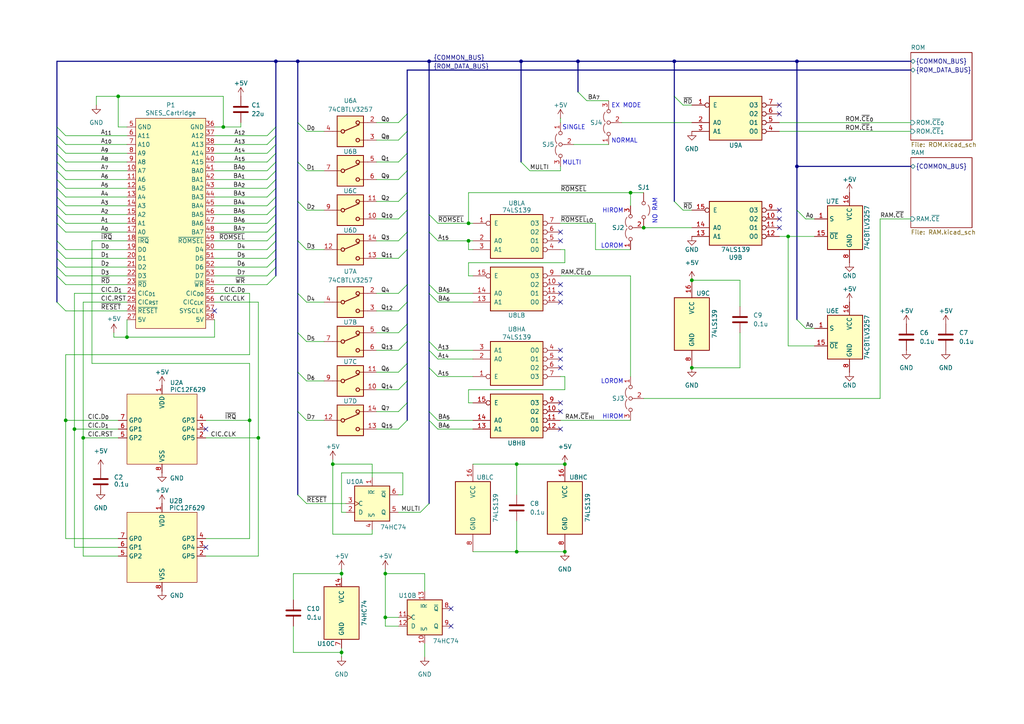
<source format=kicad_sch>
(kicad_sch (version 20231120) (generator "eeschema") (generator_version "8.0")
  (paper "A4")
  (title_block (title "SNES Advanced UV Cartridge") (date "2025-04-17") (rev "v1.0") (company "https://github.com/MouseBiteLabs/Super-Nintendo-Cartridges") (comment 1 "NOTE 1: U2A is surface mount, U2B is through-hole. Only populate one."))
  (lib_symbols
    (symbol "74xx:74CBTLV3257"
      (property "Reference" "U" (at 17.78 1.27 0))
      (property "Value" "74CBTLV3257" (at 15.24 -1.27 0))
      (symbol "74CBTLV3257_1_1"
        (pin passive line (at 7.62 2.54 180) (length 2.54) (name "~") (number "2"))
        (pin passive line (at 7.62 -2.54 180) (length 2.54) (name "~") (number "3"))
        (pin passive line (at -7.62 0 0) (length 2.54) (name "~") (number "4"))
      )
      (symbol "74CBTLV3257_2_1"
        (pin passive line (at 7.62 2.54 180) (length 2.54) (name "~") (number "5"))
        (pin passive line (at 7.62 -2.54 180) (length 2.54) (name "~") (number "6"))
        (pin passive line (at -7.62 0 0) (length 2.54) (name "~") (number "7"))
      )
      (symbol "74CBTLV3257_3_1"
        (pin passive line (at 7.62 -2.54 180) (length 2.54) (name "~") (number "10"))
        (pin passive line (at 7.62 2.54 180) (length 2.54) (name "~") (number "11"))
        (pin passive line (at -7.62 0 0) (length 2.54) (name "~") (number "9"))
      )
      (symbol "74CBTLV3257_4_1"
        (pin passive line (at -7.62 0 0) (length 2.54) (name "~") (number "12"))
        (pin passive line (at 7.62 -2.54 180) (length 2.54) (name "~") (number "13"))
        (pin passive line (at 7.62 2.54 180) (length 2.54) (name "~") (number "14"))
      )
      (symbol "74CBTLV3257_5_1"
        (pin input line (at -10.16 2.54 0) (length 3.81) (name "S") (number "1"))
        (pin input line (at -10.16 -2.54 0) (length 3.81) (name "~{OE}") (number "15"))
        (pin power_in line (at 0 10.16 270) (length 3.81) (name "VCC") (number "16"))
        (pin power_in line (at 0 -10.16 90) (length 3.81) (name "GND") (number "8"))
      )
    )
    (symbol "74xx:74HC74" (pin_names (offset 1.016))
      (property "Reference" "U" (at -7.62 8.89 0))
      (property "Value" "74HC74" (at -7.62 -8.89 0))
      (symbol "74HC74_1_0"
        (pin input line (at 0 -7.62 90) (length 2.54) (name "~{R}") (number "1"))
        (pin input line (at -7.62 2.54 0) (length 2.54) (name "D") (number "2"))
        (pin input clock (at -7.62 0 0) (length 2.54) (name "C") (number "3"))
        (pin input line (at 0 7.62 270) (length 2.54) (name "~{S}") (number "4"))
        (pin output line (at 7.62 2.54 180) (length 2.54) (name "Q") (number "5"))
        (pin output line (at 7.62 -2.54 180) (length 2.54) (name "~{Q}") (number "6"))
      )
      (symbol "74HC74_2_0"
        (pin input line (at 0 7.62 270) (length 2.54) (name "~{S}") (number "10"))
        (pin input clock (at -7.62 0 0) (length 2.54) (name "C") (number "11"))
        (pin input line (at -7.62 2.54 0) (length 2.54) (name "D") (number "12"))
        (pin input line (at 0 -7.62 90) (length 2.54) (name "~{R}") (number "13"))
        (pin output line (at 7.62 -2.54 180) (length 2.54) (name "~{Q}") (number "8"))
        (pin output line (at 7.62 2.54 180) (length 2.54) (name "Q") (number "9"))
      )
      (symbol "74HC74_3_0"
        (pin power_in line (at 0 10.16 270) (length 2.54) (name "VCC") (number "14"))
        (pin power_in line (at 0 -10.16 90) (length 2.54) (name "GND") (number "7"))
      )
    )
    (symbol "Bucketmouse:74LS139" (pin_names (offset 1.016))
      (property "Reference" "U" (at -7.62 8.89 0))
      (property "Value" "74LS139" (at -7.62 -8.89 0))
      (symbol "74LS139_1_0"
        (pin input inverted (at -12.7 -5.08 0) (length 5.08) (name "E") (number "1"))
        (pin input line (at -12.7 0 0) (length 5.08) (name "A0") (number "2"))
        (pin input line (at -12.7 2.54 0) (length 5.08) (name "A1") (number "3"))
        (pin output inverted (at 12.7 2.54 180) (length 5.08) (name "O0") (number "4"))
        (pin output inverted (at 12.7 0 180) (length 5.08) (name "O1") (number "5"))
        (pin output inverted (at 12.7 -2.54 180) (length 5.08) (name "O2") (number "6"))
        (pin output inverted (at 12.7 -5.08 180) (length 5.08) (name "O3") (number "7"))
      )
      (symbol "74LS139_2_0"
        (pin output inverted (at 12.7 -2.54 180) (length 5.08) (name "O2") (number "10"))
        (pin output inverted (at 12.7 0 180) (length 5.08) (name "O1") (number "11"))
        (pin output inverted (at 12.7 2.54 180) (length 5.08) (name "O0") (number "12"))
        (pin input line (at -12.7 2.54 0) (length 5.08) (name "A1") (number "13"))
        (pin input line (at -12.7 0 0) (length 5.08) (name "A0") (number "14"))
        (pin input inverted (at -12.7 -5.08 0) (length 5.08) (name "E") (number "15"))
        (pin output inverted (at 12.7 -5.08 180) (length 5.08) (name "O3") (number "9"))
      )
      (symbol "74LS139_3_0"
        (pin power_in line (at 0 12.7 270) (length 5.08) (name "VCC") (number "16"))
        (pin power_in line (at 0 -12.7 90) (length 5.08) (name "GND") (number "8"))
      )
    )
    (symbol "Bucketmouse:PIC12F629"
      (property "Reference" "U" (at 1.27 13.97 0))
      (property "Value" "PIC12F629" (at 1.27 11.43 0))
      (symbol "PIC12F629_1_1"
        (pin power_in line (at 0 12.7 270) (length 2.54) (name "VDD") (number "1"))
        (pin bidirectional line (at 12.7 -2.54 180) (length 2.54) (name "GP5") (number "2"))
        (pin bidirectional line (at 12.7 0 180) (length 2.54) (name "GP4") (number "3"))
        (pin input line (at 12.7 2.54 180) (length 2.54) (name "GP3") (number "4"))
        (pin bidirectional line (at -12.7 -2.54 0) (length 2.54) (name "GP2") (number "5"))
        (pin bidirectional line (at -12.7 0 0) (length 2.54) (name "GP1") (number "6"))
        (pin bidirectional line (at -12.7 2.54 0) (length 2.54) (name "GP0") (number "7"))
        (pin power_in line (at 0 -12.7 90) (length 2.54) (name "VSS") (number "8"))
      )
    )
    (symbol "Bucketmouse:SNES_Cart_Edge_Standard"
      (property "Reference" "U" (at 0 34.29 0))
      (property "Value" "SNES_Cartridge" (at 0 32.004 0))
      (symbol "SNES_Cart_Edge_Standard_1_1"
        (pin output line (at -12.7 15.24 0) (length 2.54) (name "A7") (number "10"))
        (pin output line (at -12.7 12.7 0) (length 2.54) (name "A6") (number "11"))
        (pin output line (at -12.7 10.16 0) (length 2.54) (name "A5") (number "12"))
        (pin output line (at -12.7 7.62 0) (length 2.54) (name "A4") (number "13"))
        (pin output line (at -12.7 5.08 0) (length 2.54) (name "A3") (number "14"))
        (pin output line (at -12.7 2.54 0) (length 2.54) (name "A2") (number "15"))
        (pin output line (at -12.7 0 0) (length 2.54) (name "A1") (number "16"))
        (pin output line (at -12.7 -2.54 0) (length 2.54) (name "A0") (number "17"))
        (pin passive line (at -12.7 -5.08 0) (length 2.54) (name "~{IRQ}") (number "18"))
        (pin bidirectional line (at -12.7 -7.62 0) (length 2.54) (name "D0") (number "19"))
        (pin bidirectional line (at -12.7 -10.16 0) (length 2.54) (name "D1") (number "20"))
        (pin bidirectional line (at -12.7 -12.7 0) (length 2.54) (name "D2") (number "21"))
        (pin bidirectional line (at -12.7 -15.24 0) (length 2.54) (name "D3") (number "22"))
        (pin output line (at -12.7 -17.78 0) (length 2.54) (name "~{RD}") (number "23"))
        (pin bidirectional line (at -12.7 -20.32 0) (length 2.54) (name "CIC_{D1}") (number "24"))
        (pin output line (at -12.7 -22.86 0) (length 2.54) (name "CIC_{RST}") (number "25"))
        (pin output line (at -12.7 -25.4 0) (length 2.54) (name "~{RESET}") (number "26"))
        (pin power_out line (at -12.7 -27.94 0) (length 2.54) (name "5V") (number "27"))
        (pin power_out line (at 12.7 27.94 180) (length 2.54) (name "GND") (number "36"))
        (pin output line (at 12.7 25.4 180) (length 2.54) (name "A12") (number "37"))
        (pin output line (at 12.7 22.86 180) (length 2.54) (name "A13") (number "38"))
        (pin output line (at 12.7 20.32 180) (length 2.54) (name "A14") (number "39"))
        (pin output line (at 12.7 17.78 180) (length 2.54) (name "A15") (number "40"))
        (pin output line (at 12.7 15.24 180) (length 2.54) (name "BA0") (number "41"))
        (pin output line (at 12.7 12.7 180) (length 2.54) (name "BA1") (number "42"))
        (pin output line (at 12.7 10.16 180) (length 2.54) (name "BA2") (number "43"))
        (pin output line (at 12.7 7.62 180) (length 2.54) (name "BA3") (number "44"))
        (pin output line (at 12.7 5.08 180) (length 2.54) (name "BA4") (number "45"))
        (pin output line (at 12.7 2.54 180) (length 2.54) (name "BA5") (number "46"))
        (pin output line (at 12.7 0 180) (length 2.54) (name "BA6") (number "47"))
        (pin output line (at 12.7 -2.54 180) (length 2.54) (name "BA7") (number "48"))
        (pin output line (at 12.7 -5.08 180) (length 2.54) (name "~{ROMSEL}") (number "49"))
        (pin power_out line (at -12.7 27.94 0) (length 2.54) (name "GND") (number "5"))
        (pin bidirectional line (at 12.7 -7.62 180) (length 2.54) (name "D4") (number "50"))
        (pin bidirectional line (at 12.7 -10.16 180) (length 2.54) (name "D5") (number "51"))
        (pin bidirectional line (at 12.7 -12.7 180) (length 2.54) (name "D6") (number "52"))
        (pin bidirectional line (at 12.7 -15.24 180) (length 2.54) (name "D7") (number "53"))
        (pin output line (at 12.7 -17.78 180) (length 2.54) (name "~{WR}") (number "54"))
        (pin bidirectional line (at 12.7 -20.32 180) (length 2.54) (name "CIC_{D0}") (number "55"))
        (pin output line (at 12.7 -22.86 180) (length 2.54) (name "CIC_{CLK}") (number "56"))
        (pin passive line (at 12.7 -25.4 180) (length 2.54) (name "SYSCLK") (number "57"))
        (pin power_out line (at 12.7 -27.94 180) (length 2.54) (name "5V") (number "58"))
        (pin output line (at -12.7 25.4 0) (length 2.54) (name "A11") (number "6"))
        (pin output line (at -12.7 22.86 0) (length 2.54) (name "A10") (number "7"))
        (pin output line (at -12.7 20.32 0) (length 2.54) (name "A9") (number "8"))
        (pin output line (at -12.7 17.78 0) (length 2.54) (name "A8") (number "9"))
      )
    )
    (symbol "Device:C" (pin_numbers hide) (pin_names (offset 0.254))
      (property "Reference" "C" (at 0.635 2.54 0))
      (property "Value" "C" (at 0.635 -2.54 0))
      (symbol "C_1_1"
        (pin passive line (at 0 3.81 270) (length 2.794) (name "~") (number "1"))
        (pin passive line (at 0 -3.81 90) (length 2.794) (name "~") (number "2"))
      )
    )
    (symbol "Jumper:Jumper_2_Open" (pin_numbers hide) (pin_names (offset 0) hide) (exclude_from_sim yes)
      (property "Reference" "JP" (at 0 2.794 0))
      (property "Value" "Jumper_2_Open" (at 0 -2.286 0))
      (symbol "Jumper_2_Open_1_1"
        (pin passive line (at -5.08 0 0) (length 2.54) (name "A") (number "1"))
        (pin passive line (at 5.08 0 180) (length 2.54) (name "B") (number "2"))
      )
    )
    (symbol "Jumper:Jumper_3_Open" (pin_names (offset 0) hide) (exclude_from_sim yes) (in_bom no)
      (property "Reference" "JP" (at -2.54 -2.54 0))
      (property "Value" "Jumper_3_Open" (at 0 2.794 0))
      (symbol "Jumper_3_Open_1_1"
        (pin passive line (at -6.35 0 0) (length 2.54) (name "A") (number "1"))
        (pin passive line (at 0 -3.81 90) (length 2.54) (name "C") (number "2"))
        (pin passive line (at 6.35 0 180) (length 2.54) (name "B") (number "3"))
      )
    )
    (symbol "power:+5V" (power) (pin_numbers hide) (pin_names (offset 0) hide)
      (property "Value" "+5V" (at 0 3.556 0))
      (symbol "+5V_1_1"
        (pin power_in line (at 0 0 90) (length 0) (name "~") (number "1"))
      )
    )
    (symbol "power:GND" (power) (pin_numbers hide) (pin_names (offset 0) hide)
      (property "Value" "GND" (at 0 -3.81 0))
      (symbol "GND_1_1"
        (pin power_in line (at 0 0 270) (length 0) (name "~") (number "1"))
      )
    )
  )
  (bus_alias "COMMON_BUS" (members "A_{0}" "A_{1}" "A_{2}" "A_{3}" "A_{4}" "A_{5}" "A_{6}" "A_{7}" "A_{8}" "A_{9}" "A_{10}" "A_{11}" "A_{12}" "A_{13}" "A_{14}" "A_{15}" "BA_{0}" "BA_{1}" "BA_{2}" "BA_{3}" "BA_{4}" "BA_{5}" "BA_{6}" "BA_{7}" "~{ROMSEL}" "D_{0}" "D_{1}" "D_{2}" "D_{3}" "D_{4}" "D_{5}" "D_{6}" "D_{7}" "~{WR}" "~{RD}" "~{RESET}" "MULTI"))
  (bus_alias "ROM_DATA_BUS" (members "Q_{0}" "Q_{1}" "Q_{2}" "Q_{3}" "Q_{4}" "Q_{5}" "Q_{6}" "Q_{7}" "Q_{8}" "Q_{9}" "Q_{10}" "Q_{11}" "Q_{12}" "Q_{13}" "Q_{14}" "Q_{15}"))
  (junction (at 99.06 189.23))
  (junction (at 124.46 17.78))
  (junction (at 231.14 48.26))
  (junction (at 19.05 121.92))
  (junction (at 167.64 17.78))
  (junction (at 96.52 134.62))
  (junction (at 135.89 69.85))
  (junction (at 111.76 179.07))
  (junction (at 24.13 127))
  (junction (at 186.69 66.04))
  (junction (at 200.66 81.28))
  (junction (at 21.59 124.46))
  (junction (at 80.01 17.78))
  (junction (at 151.13 17.78))
  (junction (at 135.89 64.77))
  (junction (at 195.58 17.78))
  (junction (at 86.36 17.78))
  (junction (at 182.88 55.88))
  (junction (at 74.93 127))
  (junction (at 36.83 97.79))
  (junction (at 72.39 121.92))
  (junction (at 228.6 68.58))
  (junction (at 149.86 134.62))
  (junction (at 64.77 36.83))
  (junction (at 149.86 160.02))
  (junction (at 200.66 106.68))
  (junction (at 163.83 160.02))
  (junction (at 34.29 27.94))
  (junction (at 111.76 166.37))
  (junction (at 231.14 17.78))
  (junction (at 99.06 166.37))
  (junction (at 163.83 134.62))
  (no_connect (at 162.56 119.38))
  (no_connect (at 162.56 106.68))
  (no_connect (at 162.56 116.84))
  (no_connect (at 162.56 69.85))
  (no_connect (at 130.81 176.53))
  (no_connect (at 130.81 181.61))
  (no_connect (at 226.06 60.96))
  (no_connect (at 162.56 67.31))
  (no_connect (at 226.06 66.04))
  (no_connect (at 226.06 63.5))
  (no_connect (at 226.06 33.02))
  (no_connect (at 162.56 85.09))
  (no_connect (at 62.23 90.17))
  (no_connect (at 162.56 101.6))
  (no_connect (at 59.69 124.46))
  (no_connect (at 162.56 124.46))
  (no_connect (at 162.56 104.14))
  (no_connect (at 59.69 158.75))
  (no_connect (at 226.06 30.48))
  (no_connect (at 162.56 82.55))
  (no_connect (at 162.56 87.63))
  (bus_entry (at 124.46 146.05) (size -2.54 2.54))
  (bus_entry (at 19.05 54.61) (size -2.54 -2.54))
  (bus_entry (at 77.47 77.47) (size 2.54 -2.54))
  (bus_entry (at 19.05 41.91) (size -2.54 -2.54))
  (bus_entry (at 19.05 77.47) (size -2.54 -2.54))
  (bus_entry (at 19.05 90.17) (size -2.54 -2.54))
  (bus_entry (at 124.46 82.55) (size 2.54 2.54))
  (bus_entry (at 118.11 67.31) (size -2.54 2.54))
  (bus_entry (at 86.36 58.42) (size 2.54 2.54))
  (bus_entry (at 118.11 33.02) (size -2.54 2.54))
  (bus_entry (at 19.05 67.31) (size -2.54 -2.54))
  (bus_entry (at 77.47 54.61) (size 2.54 -2.54))
  (bus_entry (at 118.11 49.53) (size -2.54 2.54))
  (bus_entry (at 19.05 52.07) (size -2.54 -2.54))
  (bus_entry (at 118.11 82.55) (size -2.54 2.54))
  (bus_entry (at 86.36 107.95) (size 2.54 2.54))
  (bus_entry (at 77.47 44.45) (size 2.54 -2.54))
  (bus_entry (at 118.11 38.1) (size -2.54 2.54))
  (bus_entry (at 124.46 121.92) (size 2.54 2.54))
  (bus_entry (at 118.11 72.39) (size -2.54 2.54))
  (bus_entry (at 19.05 57.15) (size -2.54 -2.54))
  (bus_entry (at 19.05 72.39) (size -2.54 -2.54))
  (bus_entry (at 16.51 36.83) (size 2.54 2.54))
  (bus_entry (at 19.05 62.23) (size -2.54 -2.54))
  (bus_entry (at 118.11 110.49) (size -2.54 2.54))
  (bus_entry (at 118.11 105.41) (size -2.54 2.54))
  (bus_entry (at 19.05 59.69) (size -2.54 -2.54))
  (bus_entry (at 86.36 119.38) (size 2.54 2.54))
  (bus_entry (at 77.47 41.91) (size 2.54 -2.54))
  (bus_entry (at 86.36 35.56) (size 2.54 2.54))
  (bus_entry (at 124.46 62.23) (size 2.54 2.54))
  (bus_entry (at 118.11 116.84) (size -2.54 2.54))
  (bus_entry (at 77.47 52.07) (size 2.54 -2.54))
  (bus_entry (at 231.14 92.71) (size 2.54 2.54))
  (bus_entry (at 77.47 74.93) (size 2.54 -2.54))
  (bus_entry (at 19.05 82.55) (size -2.54 -2.54))
  (bus_entry (at 77.47 72.39) (size 2.54 -2.54))
  (bus_entry (at 77.47 59.69) (size 2.54 -2.54))
  (bus_entry (at 19.05 46.99) (size -2.54 -2.54))
  (bus_entry (at 118.11 93.98) (size -2.54 2.54))
  (bus_entry (at 195.58 58.42) (size 2.54 2.54))
  (bus_entry (at 124.46 101.6) (size 2.54 2.54))
  (bus_entry (at 19.05 44.45) (size -2.54 -2.54))
  (bus_entry (at 124.46 99.06) (size 2.54 2.54))
  (bus_entry (at 19.05 49.53) (size -2.54 -2.54))
  (bus_entry (at 77.47 80.01) (size 2.54 -2.54))
  (bus_entry (at 167.64 26.67) (size 2.54 2.54))
  (bus_entry (at 80.01 64.77) (size -2.54 2.54))
  (bus_entry (at 77.47 46.99) (size 2.54 -2.54))
  (bus_entry (at 118.11 87.63) (size -2.54 2.54))
  (bus_entry (at 80.01 80.01) (size -2.54 2.54))
  (bus_entry (at 124.46 119.38) (size 2.54 2.54))
  (bus_entry (at 118.11 44.45) (size -2.54 2.54))
  (bus_entry (at 124.46 106.68) (size 2.54 2.54))
  (bus_entry (at 19.05 64.77) (size -2.54 -2.54))
  (bus_entry (at 77.47 64.77) (size 2.54 -2.54))
  (bus_entry (at 231.14 60.96) (size 2.54 2.54))
  (bus_entry (at 80.01 67.31) (size -2.54 2.54))
  (bus_entry (at 124.46 67.31) (size 2.54 2.54))
  (bus_entry (at 86.36 46.99) (size 2.54 2.54))
  (bus_entry (at 124.46 85.09) (size 2.54 2.54))
  (bus_entry (at 118.11 99.06) (size -2.54 2.54))
  (bus_entry (at 86.36 85.09) (size 2.54 2.54))
  (bus_entry (at 77.47 62.23) (size 2.54 -2.54))
  (bus_entry (at 86.36 96.52) (size 2.54 2.54))
  (bus_entry (at 118.11 121.92) (size -2.54 2.54))
  (bus_entry (at 118.11 55.88) (size -2.54 2.54))
  (bus_entry (at 19.05 80.01) (size -2.54 -2.54))
  (bus_entry (at 77.47 57.15) (size 2.54 -2.54))
  (bus_entry (at 19.05 74.93) (size -2.54 -2.54))
  (bus_entry (at 86.36 143.51) (size 2.54 2.54))
  (bus_entry (at 151.13 46.99) (size 2.54 2.54))
  (bus_entry (at 77.47 39.37) (size 2.54 -2.54))
  (bus_entry (at 77.47 49.53) (size 2.54 -2.54))
  (bus_entry (at 118.11 60.96) (size -2.54 2.54))
  (bus_entry (at 195.58 27.94) (size 2.54 2.54))
  (bus_entry (at 86.36 69.85) (size 2.54 2.54))
  (wire (pts (xy 72.39 156.21) (xy 59.69 156.21)))
  (wire (pts (xy 135.89 76.2) (xy 135.89 80.01)))
  (wire (pts (xy 107.95 153.67) (xy 107.95 154.94)))
  (wire (pts (xy 109.22 124.46) (xy 115.57 124.46)))
  (wire (pts (xy 127 124.46) (xy 137.16 124.46)))
  (wire (pts (xy 127 104.14) (xy 137.16 104.14)))
  (bus (pts (xy 151.13 17.78) (xy 151.13 46.99)))
  (bus (pts (xy 118.11 55.88) (xy 118.11 60.96)))
  (bus (pts (xy 16.51 62.23) (xy 16.51 64.77)))
  (wire (pts (xy 85.09 189.23) (xy 99.06 189.23)))
  (wire (pts (xy 162.56 72.39) (xy 163.83 72.39)))
  (bus (pts (xy 124.46 106.68) (xy 124.46 119.38)))
  (bus (pts (xy 80.01 62.23) (xy 80.01 64.77)))
  (wire (pts (xy 109.22 96.52) (xy 115.57 96.52)))
  (wire (pts (xy 62.23 77.47) (xy 77.47 77.47)))
  (wire (pts (xy 19.05 62.23) (xy 36.83 62.23)))
  (wire (pts (xy 135.89 69.85) (xy 137.16 69.85)))
  (bus (pts (xy 80.01 17.78) (xy 86.36 17.78)))
  (wire (pts (xy 19.05 156.21) (xy 34.29 156.21)))
  (wire (pts (xy 21.59 85.09) (xy 36.83 85.09)))
  (bus (pts (xy 118.11 38.1) (xy 118.11 44.45)))
  (bus (pts (xy 16.51 44.45) (xy 16.51 46.99)))
  (wire (pts (xy 96.52 134.62) (xy 96.52 133.35)))
  (wire (pts (xy 62.23 72.39) (xy 77.47 72.39)))
  (bus (pts (xy 118.11 72.39) (xy 118.11 82.55)))
  (wire (pts (xy 111.76 166.37) (xy 111.76 179.07)))
  (wire (pts (xy 233.68 95.25) (xy 236.22 95.25)))
  (bus (pts (xy 16.51 49.53) (xy 16.51 52.07)))
  (wire (pts (xy 123.19 166.37) (xy 123.19 171.45)))
  (bus (pts (xy 231.14 48.26) (xy 264.16 48.26)))
  (bus (pts (xy 151.13 17.78) (xy 167.64 17.78)))
  (bus (pts (xy 86.36 96.52) (xy 86.36 107.95)))
  (wire (pts (xy 62.23 49.53) (xy 77.47 49.53)))
  (wire (pts (xy 19.05 121.92) (xy 19.05 102.87)))
  (bus (pts (xy 16.51 54.61) (xy 16.51 57.15)))
  (wire (pts (xy 162.56 80.01) (xy 182.88 80.01)))
  (wire (pts (xy 96.52 154.94) (xy 96.52 134.62)))
  (wire (pts (xy 24.13 127) (xy 34.29 127)))
  (bus (pts (xy 16.51 17.78) (xy 80.01 17.78)))
  (bus (pts (xy 118.11 33.02) (xy 118.11 38.1)))
  (wire (pts (xy 111.76 166.37) (xy 123.19 166.37)))
  (bus (pts (xy 16.51 77.47) (xy 16.51 74.93)))
  (wire (pts (xy 109.22 74.93) (xy 115.57 74.93)))
  (wire (pts (xy 21.59 85.09) (xy 21.59 124.46)))
  (bus (pts (xy 80.01 64.77) (xy 80.01 67.31)))
  (bus (pts (xy 86.36 85.09) (xy 86.36 96.52)))
  (wire (pts (xy 19.05 121.92) (xy 19.05 156.21)))
  (wire (pts (xy 88.9 72.39) (xy 93.98 72.39)))
  (wire (pts (xy 163.83 72.39) (xy 163.83 76.2)))
  (wire (pts (xy 59.69 121.92) (xy 72.39 121.92)))
  (bus (pts (xy 86.36 17.78) (xy 124.46 17.78)))
  (wire (pts (xy 74.93 87.63) (xy 74.93 127)))
  (bus (pts (xy 124.46 67.31) (xy 124.46 82.55)))
  (wire (pts (xy 172.72 72.39) (xy 182.88 72.39)))
  (wire (pts (xy 19.05 57.15) (xy 36.83 57.15)))
  (wire (pts (xy 29.21 142.24) (xy 29.21 143.51)))
  (wire (pts (xy 170.18 29.21) (xy 176.53 29.21)))
  (bus (pts (xy 118.11 60.96) (xy 118.11 67.31)))
  (wire (pts (xy 186.69 66.04) (xy 200.66 66.04)))
  (wire (pts (xy 36.83 97.79) (xy 36.83 92.71)))
  (wire (pts (xy 127 69.85) (xy 135.89 69.85)))
  (wire (pts (xy 109.22 85.09) (xy 115.57 85.09)))
  (wire (pts (xy 19.05 52.07) (xy 36.83 52.07)))
  (wire (pts (xy 166.37 41.91) (xy 176.53 41.91)))
  (wire (pts (xy 107.95 134.62) (xy 107.95 138.43)))
  (wire (pts (xy 88.9 38.1) (xy 93.98 38.1)))
  (wire (pts (xy 99.06 165.1) (xy 99.06 166.37)))
  (bus (pts (xy 80.01 52.07) (xy 80.01 54.61)))
  (wire (pts (xy 109.22 40.64) (xy 115.57 40.64)))
  (wire (pts (xy 135.89 55.88) (xy 182.88 55.88)))
  (wire (pts (xy 162.56 49.53) (xy 162.56 48.26)))
  (bus (pts (xy 167.64 17.78) (xy 195.58 17.78)))
  (wire (pts (xy 214.63 96.52) (xy 214.63 106.68)))
  (wire (pts (xy 135.89 116.84) (xy 137.16 116.84)))
  (wire (pts (xy 255.27 115.57) (xy 186.69 115.57)))
  (wire (pts (xy 109.22 46.99) (xy 115.57 46.99)))
  (bus (pts (xy 124.46 85.09) (xy 124.46 99.06)))
  (wire (pts (xy 69.85 36.83) (xy 69.85 35.56)))
  (wire (pts (xy 111.76 179.07) (xy 115.57 179.07)))
  (bus (pts (xy 80.01 39.37) (xy 80.01 41.91)))
  (bus (pts (xy 118.11 49.53) (xy 118.11 55.88)))
  (wire (pts (xy 109.22 58.42) (xy 115.57 58.42)))
  (bus (pts (xy 86.36 58.42) (xy 86.36 69.85)))
  (wire (pts (xy 26.67 69.85) (xy 36.83 69.85)))
  (wire (pts (xy 163.83 113.03) (xy 163.83 109.22)))
  (wire (pts (xy 62.23 39.37) (xy 77.47 39.37)))
  (wire (pts (xy 233.68 63.5) (xy 236.22 63.5)))
  (wire (pts (xy 62.23 41.91) (xy 77.47 41.91)))
  (wire (pts (xy 109.22 63.5) (xy 115.57 63.5)))
  (bus (pts (xy 80.01 67.31) (xy 80.01 69.85)))
  (wire (pts (xy 109.22 69.85) (xy 115.57 69.85)))
  (bus (pts (xy 118.11 116.84) (xy 118.11 121.92)))
  (bus (pts (xy 16.51 57.15) (xy 16.51 59.69)))
  (wire (pts (xy 19.05 90.17) (xy 36.83 90.17)))
  (bus (pts (xy 80.01 59.69) (xy 80.01 62.23)))
  (wire (pts (xy 99.06 166.37) (xy 85.09 166.37)))
  (wire (pts (xy 64.77 36.83) (xy 69.85 36.83)))
  (bus (pts (xy 195.58 17.78) (xy 231.14 17.78)))
  (wire (pts (xy 19.05 74.93) (xy 36.83 74.93)))
  (wire (pts (xy 226.06 35.56) (xy 264.16 35.56)))
  (wire (pts (xy 62.23 69.85) (xy 77.47 69.85)))
  (wire (pts (xy 24.13 161.29) (xy 34.29 161.29)))
  (wire (pts (xy 99.06 137.16) (xy 99.06 148.59)))
  (wire (pts (xy 24.13 87.63) (xy 36.83 87.63)))
  (bus (pts (xy 124.46 62.23) (xy 124.46 67.31)))
  (wire (pts (xy 64.77 27.94) (xy 64.77 36.83)))
  (wire (pts (xy 26.67 105.41) (xy 26.67 69.85)))
  (wire (pts (xy 21.59 158.75) (xy 21.59 124.46)))
  (wire (pts (xy 163.83 113.03) (xy 135.89 113.03)))
  (bus (pts (xy 16.51 39.37) (xy 16.51 41.91)))
  (wire (pts (xy 123.19 190.5) (xy 123.19 186.69)))
  (wire (pts (xy 228.6 68.58) (xy 226.06 68.58)))
  (wire (pts (xy 99.06 148.59) (xy 100.33 148.59)))
  (wire (pts (xy 19.05 39.37) (xy 36.83 39.37)))
  (bus (pts (xy 118.11 110.49) (xy 118.11 116.84)))
  (bus (pts (xy 80.01 74.93) (xy 80.01 77.47)))
  (wire (pts (xy 135.89 64.77) (xy 135.89 55.88)))
  (wire (pts (xy 62.23 97.79) (xy 62.23 92.71)))
  (wire (pts (xy 19.05 59.69) (xy 36.83 59.69)))
  (bus (pts (xy 124.46 17.78) (xy 124.46 62.23)))
  (wire (pts (xy 99.06 189.23) (xy 99.06 187.96)))
  (wire (pts (xy 162.56 121.92) (xy 182.88 121.92)))
  (wire (pts (xy 74.93 161.29) (xy 59.69 161.29)))
  (wire (pts (xy 19.05 77.47) (xy 36.83 77.47)))
  (wire (pts (xy 255.27 63.5) (xy 264.16 63.5)))
  (bus (pts (xy 80.01 17.78) (xy 80.01 36.83)))
  (bus (pts (xy 86.36 69.85) (xy 86.36 85.09)))
  (wire (pts (xy 19.05 46.99) (xy 36.83 46.99)))
  (bus (pts (xy 195.58 17.78) (xy 195.58 27.94)))
  (wire (pts (xy 72.39 85.09) (xy 72.39 102.87)))
  (wire (pts (xy 163.83 76.2) (xy 135.89 76.2)))
  (bus (pts (xy 16.51 46.99) (xy 16.51 49.53)))
  (wire (pts (xy 127 64.77) (xy 135.89 64.77)))
  (wire (pts (xy 107.95 154.94) (xy 96.52 154.94)))
  (wire (pts (xy 72.39 105.41) (xy 26.67 105.41)))
  (wire (pts (xy 27.94 27.94) (xy 27.94 30.48)))
  (wire (pts (xy 62.23 59.69) (xy 77.47 59.69)))
  (wire (pts (xy 109.22 101.6) (xy 115.57 101.6)))
  (wire (pts (xy 172.72 64.77) (xy 172.72 72.39)))
  (wire (pts (xy 149.86 134.62) (xy 149.86 143.51)))
  (wire (pts (xy 135.89 72.39) (xy 135.89 69.85)))
  (bus (pts (xy 16.51 36.83) (xy 16.51 39.37)))
  (bus (pts (xy 16.51 17.78) (xy 16.51 36.83)))
  (wire (pts (xy 111.76 181.61) (xy 115.57 181.61)))
  (bus (pts (xy 80.01 69.85) (xy 80.01 72.39)))
  (wire (pts (xy 111.76 179.07) (xy 111.76 181.61)))
  (wire (pts (xy 34.29 27.94) (xy 34.29 36.83)))
  (bus (pts (xy 86.36 46.99) (xy 86.36 58.42)))
  (wire (pts (xy 127 85.09) (xy 137.16 85.09)))
  (bus (pts (xy 80.01 44.45) (xy 80.01 46.99)))
  (bus (pts (xy 80.01 72.39) (xy 80.01 74.93)))
  (wire (pts (xy 19.05 80.01) (xy 36.83 80.01)))
  (bus (pts (xy 16.51 77.47) (xy 16.51 80.01)))
  (wire (pts (xy 149.86 160.02) (xy 163.83 160.02)))
  (bus (pts (xy 80.01 41.91) (xy 80.01 44.45)))
  (wire (pts (xy 85.09 166.37) (xy 85.09 173.99)))
  (wire (pts (xy 115.57 148.59) (xy 121.92 148.59)))
  (wire (pts (xy 109.22 35.56) (xy 115.57 35.56)))
  (bus (pts (xy 80.01 46.99) (xy 80.01 49.53)))
  (wire (pts (xy 33.02 97.79) (xy 33.02 96.52)))
  (wire (pts (xy 116.84 137.16) (xy 99.06 137.16)))
  (bus (pts (xy 118.11 105.41) (xy 118.11 110.49)))
  (wire (pts (xy 228.6 100.33) (xy 228.6 68.58)))
  (wire (pts (xy 19.05 44.45) (xy 36.83 44.45)))
  (wire (pts (xy 36.83 36.83) (xy 34.29 36.83)))
  (wire (pts (xy 62.23 85.09) (xy 72.39 85.09)))
  (bus (pts (xy 118.11 87.63) (xy 118.11 93.98)))
  (wire (pts (xy 62.23 57.15) (xy 77.47 57.15)))
  (bus (pts (xy 16.51 64.77) (xy 16.51 69.85)))
  (wire (pts (xy 109.22 52.07) (xy 115.57 52.07)))
  (bus (pts (xy 80.01 57.15) (xy 80.01 59.69)))
  (wire (pts (xy 88.9 121.92) (xy 93.98 121.92)))
  (bus (pts (xy 124.46 121.92) (xy 124.46 146.05)))
  (wire (pts (xy 62.23 62.23) (xy 77.47 62.23)))
  (bus (pts (xy 118.11 44.45) (xy 118.11 49.53)))
  (wire (pts (xy 33.02 97.79) (xy 36.83 97.79)))
  (bus (pts (xy 231.14 17.78) (xy 264.16 17.78)))
  (wire (pts (xy 109.22 90.17) (xy 115.57 90.17)))
  (wire (pts (xy 62.23 52.07) (xy 77.47 52.07)))
  (wire (pts (xy 62.23 87.63) (xy 74.93 87.63)))
  (wire (pts (xy 34.29 27.94) (xy 27.94 27.94)))
  (wire (pts (xy 111.76 165.1) (xy 111.76 166.37)))
  (wire (pts (xy 149.86 151.13) (xy 149.86 160.02)))
  (bus (pts (xy 16.51 69.85) (xy 16.51 72.39)))
  (wire (pts (xy 200.66 81.28) (xy 214.63 81.28)))
  (wire (pts (xy 88.9 60.96) (xy 93.98 60.96)))
  (wire (pts (xy 96.52 134.62) (xy 107.95 134.62)))
  (bus (pts (xy 124.46 17.78) (xy 151.13 17.78)))
  (bus (pts (xy 80.01 54.61) (xy 80.01 57.15)))
  (wire (pts (xy 72.39 121.92) (xy 72.39 156.21)))
  (wire (pts (xy 127 109.22) (xy 137.16 109.22)))
  (wire (pts (xy 135.89 80.01) (xy 137.16 80.01)))
  (wire (pts (xy 135.89 113.03) (xy 135.89 116.84)))
  (bus (pts (xy 86.36 107.95) (xy 86.36 119.38)))
  (wire (pts (xy 162.56 109.22) (xy 163.83 109.22)))
  (wire (pts (xy 182.88 55.88) (xy 186.69 55.88)))
  (bus (pts (xy 16.51 80.01) (xy 16.51 87.63)))
  (wire (pts (xy 137.16 72.39) (xy 135.89 72.39)))
  (wire (pts (xy 198.12 30.48) (xy 200.66 30.48)))
  (bus (pts (xy 118.11 20.32) (xy 264.16 20.32)))
  (wire (pts (xy 62.23 36.83) (xy 64.77 36.83)))
  (bus (pts (xy 124.46 119.38) (xy 124.46 121.92)))
  (wire (pts (xy 19.05 54.61) (xy 36.83 54.61)))
  (wire (pts (xy 137.16 134.62) (xy 149.86 134.62)))
  (wire (pts (xy 62.23 54.61) (xy 77.47 54.61)))
  (wire (pts (xy 214.63 81.28) (xy 214.63 88.9)))
  (wire (pts (xy 116.84 143.51) (xy 116.84 137.16)))
  (wire (pts (xy 62.23 74.93) (xy 77.47 74.93)))
  (wire (pts (xy 127 87.63) (xy 137.16 87.63)))
  (wire (pts (xy 115.57 143.51) (xy 116.84 143.51)))
  (wire (pts (xy 88.9 87.63) (xy 93.98 87.63)))
  (wire (pts (xy 19.05 121.92) (xy 34.29 121.92)))
  (wire (pts (xy 182.88 59.69) (xy 182.88 55.88)))
  (wire (pts (xy 19.05 41.91) (xy 36.83 41.91)))
  (bus (pts (xy 124.46 99.06) (xy 124.46 101.6)))
  (bus (pts (xy 86.36 17.78) (xy 86.36 35.56)))
  (bus (pts (xy 86.36 35.56) (xy 86.36 46.99)))
  (wire (pts (xy 88.9 110.49) (xy 93.98 110.49)))
  (bus (pts (xy 195.58 27.94) (xy 195.58 58.42)))
  (wire (pts (xy 62.23 44.45) (xy 77.47 44.45)))
  (wire (pts (xy 88.9 99.06) (xy 93.98 99.06)))
  (wire (pts (xy 109.22 113.03) (xy 115.57 113.03)))
  (wire (pts (xy 88.9 146.05) (xy 100.33 146.05)))
  (bus (pts (xy 16.51 59.69) (xy 16.51 62.23)))
  (wire (pts (xy 255.27 115.57) (xy 255.27 63.5)))
  (wire (pts (xy 36.83 97.79) (xy 62.23 97.79)))
  (bus (pts (xy 16.51 41.91) (xy 16.51 44.45)))
  (bus (pts (xy 16.51 72.39) (xy 16.51 74.93)))
  (wire (pts (xy 62.23 46.99) (xy 77.47 46.99)))
  (wire (pts (xy 162.56 64.77) (xy 172.72 64.77)))
  (wire (pts (xy 109.22 107.95) (xy 115.57 107.95)))
  (bus (pts (xy 124.46 101.6) (xy 124.46 106.68)))
  (bus (pts (xy 16.51 52.07) (xy 16.51 54.61)))
  (wire (pts (xy 99.06 190.5) (xy 99.06 189.23)))
  (wire (pts (xy 88.9 49.53) (xy 93.98 49.53)))
  (wire (pts (xy 62.23 82.55) (xy 77.47 82.55)))
  (wire (pts (xy 198.12 60.96) (xy 200.66 60.96)))
  (wire (pts (xy 34.29 158.75) (xy 21.59 158.75)))
  (wire (pts (xy 85.09 181.61) (xy 85.09 189.23)))
  (wire (pts (xy 109.22 119.38) (xy 115.57 119.38)))
  (bus (pts (xy 124.46 82.55) (xy 124.46 85.09)))
  (wire (pts (xy 24.13 127) (xy 24.13 161.29)))
  (wire (pts (xy 59.69 127) (xy 74.93 127)))
  (wire (pts (xy 135.89 64.77) (xy 137.16 64.77)))
  (wire (pts (xy 24.13 87.63) (xy 24.13 127)))
  (wire (pts (xy 226.06 38.1) (xy 264.16 38.1)))
  (wire (pts (xy 99.06 166.37) (xy 99.06 167.64)))
  (wire (pts (xy 64.77 27.94) (xy 34.29 27.94)))
  (wire (pts (xy 62.23 67.31) (xy 77.47 67.31)))
  (wire (pts (xy 62.23 80.01) (xy 77.47 80.01)))
  (bus (pts (xy 118.11 67.31) (xy 118.11 72.39)))
  (wire (pts (xy 149.86 134.62) (xy 163.83 134.62)))
  (wire (pts (xy 62.23 64.77) (xy 77.47 64.77)))
  (bus (pts (xy 80.01 36.83) (xy 80.01 39.37)))
  (bus (pts (xy 231.14 48.26) (xy 231.14 17.78)))
  (wire (pts (xy 153.67 49.53) (xy 162.56 49.53)))
  (wire (pts (xy 162.56 34.29) (xy 162.56 35.56)))
  (wire (pts (xy 127 101.6) (xy 137.16 101.6)))
  (wire (pts (xy 149.86 160.02) (xy 137.16 160.02)))
  (bus (pts (xy 231.14 48.26) (xy 231.14 60.96)))
  (bus (pts (xy 80.01 77.47) (xy 80.01 80.01)))
  (wire (pts (xy 21.59 124.46) (xy 34.29 124.46)))
  (bus (pts (xy 231.14 60.96) (xy 231.14 92.71)))
  (wire (pts (xy 74.93 127) (xy 74.93 161.29)))
  (bus (pts (xy 167.64 17.78) (xy 167.64 26.67)))
  (wire (pts (xy 180.34 35.56) (xy 200.66 35.56)))
  (bus (pts (xy 118.11 93.98) (xy 118.11 99.06)))
  (wire (pts (xy 19.05 67.31) (xy 36.83 67.31)))
  (wire (pts (xy 72.39 105.41) (xy 72.39 121.92)))
  (wire (pts (xy 127 121.92) (xy 137.16 121.92)))
  (wire (pts (xy 19.05 102.87) (xy 72.39 102.87)))
  (wire (pts (xy 228.6 100.33) (xy 236.22 100.33)))
  (wire (pts (xy 19.05 72.39) (xy 36.83 72.39)))
  (wire (pts (xy 182.88 109.22) (xy 182.88 80.01)))
  (wire (pts (xy 19.05 64.77) (xy 36.83 64.77)))
  (wire (pts (xy 228.6 68.58) (xy 236.22 68.58)))
  (bus (pts (xy 118.11 20.32) (xy 118.11 33.02)))
  (wire (pts (xy 19.05 82.55) (xy 36.83 82.55)))
  (bus (pts (xy 118.11 99.06) (xy 118.11 105.41)))
  (bus (pts (xy 118.11 82.55) (xy 118.11 87.63)))
  (wire (pts (xy 19.05 49.53) (xy 36.83 49.53)))
  (bus (pts (xy 86.36 119.38) (xy 86.36 143.51)))
  (wire (pts (xy 200.66 106.68) (xy 214.63 106.68)))
  (bus (pts (xy 80.01 49.53) (xy 80.01 52.07)))
  (text "SINGLE\n\n\n\n\nMULTI" (at 163.068 42.164 0) (effects (font (size 1.27 1.27)) (justify left)))
  (text "HIROM\n\n\n\n\nLOROM" (at 180.848 66.294 0) (effects (font (size 1.27 1.27)) (justify right)))
  (text "NO RAM" (at 189.992 61.214 90) (effects (font (size 1.27 1.27))))
  (text "EX MODE\n\n\n\n\nNORMAL" (at 177.292 35.814 0) (effects (font (size 1.27 1.27)) (justify left)))
  (text "LOROM\n\n\n\n\nHIROM" (at 180.848 115.824 0) (effects (font (size 1.27 1.27)) (justify right)))
  (label "CIC.D_{0}" (at 25.4 121.92 0))
  (label "~{ROMSEL}" (at 127 64.77 0))
  (label "BA_{0}" (at 71.12 49.53 180))
  (label "Q_{2}" (at 110.49 58.42 0))
  (label "Q_{9}" (at 110.49 52.07 0))
  (label "Q_{15}" (at 110.49 124.46 0))
  (label "A_{0}" (at 233.68 95.25 0))
  (label "~{RESET}" (at 29.21 90.17 0))
  (label "~{IRQ}" (at 68.58 121.92 180))
  (label "~{ROMSEL}" (at 162.56 55.88 0))
  (label "D_{7}" (at 88.9 121.92 0))
  (label "A_{15}" (at 71.12 46.99 180))
  (label "~{ROMSEL}" (at 71.12 69.85 180))
  (label "BA_{5}" (at 127 85.09 0))
  (label "Q_{13}" (at 110.49 101.6 0))
  (label "CIC.D_{1}" (at 29.21 85.09 0))
  (label "BA_{6}" (at 127 87.63 0))
  (label "BA_{6}" (at 127 124.46 0))
  (label "D_{4}" (at 88.9 87.63 0))
  (label "ROM.~{CE}_{0}" (at 245.11 35.56 0))
  (label "A_{7}" (at 29.21 49.53 0))
  (label "A_{13}" (at 127 101.6 0))
  (label "BA_{7}" (at 71.12 67.31 180))
  (label "A_{14}" (at 127 104.14 0))
  (label "D_{0}" (at 29.21 72.39 0))
  (label "~{IRQ}" (at 29.21 69.85 0))
  (label "D_{1}" (at 88.9 49.53 0))
  (label "A_{12}" (at 71.12 39.37 180))
  (label "A_{0}" (at 233.68 63.5 0))
  (label "CIC.RST" (at 29.21 87.63 0))
  (label "RAM.~{CE}_{LO}" (at 162.56 80.01 0))
  (label "BA_{6}" (at 71.12 64.77 180))
  (label "Q_{5}" (at 110.49 96.52 0))
  (label "D_{3}" (at 88.9 72.39 0))
  (label "A_{8}" (at 29.21 46.99 0))
  (label "Q_{14}" (at 110.49 113.03 0))
  (label "Q_{3}" (at 110.49 69.85 0))
  (label "~{ROMSEL}_{LO}" (at 162.56 64.77 0))
  (label "A_{9}" (at 29.21 44.45 0))
  (label "CIC.CLK" (at 68.58 127 180))
  (label "D_{6}" (at 71.12 77.47 180))
  (label "CIC.CLK" (at 71.12 87.63 180))
  (label "CIC.D_{0}" (at 71.12 85.09 180))
  (label "BA_{3}" (at 71.12 57.15 180))
  (label "~{RD}" (at 198.12 60.96 0))
  (label "D_{2}" (at 88.9 60.96 0))
  (label "D_{1}" (at 29.21 74.93 0))
  (label "~{RD}" (at 198.12 30.48 0))
  (label "BA_{2}" (at 71.12 54.61 180))
  (label "~{RD}" (at 29.21 82.55 0))
  (label "D_{4}" (at 71.12 72.39 180))
  (label "Q_{10}" (at 110.49 63.5 0))
  (label "BA_{5}" (at 71.12 62.23 180))
  (label "D_{2}" (at 29.21 77.47 0))
  (label "Q_{12}" (at 110.49 90.17 0))
  (label "RAM.~{CE}_{HI}" (at 163.83 121.92 0))
  (label "BA_{4}" (at 71.12 59.69 180))
  (label "CIC.D_{1}" (at 25.4 124.46 0))
  (label "A_{1}" (at 29.21 64.77 0))
  (label "ROM.~{CE}_{1}" (at 245.11 38.1 0))
  (label "Q_{11}" (at 110.49 74.93 0))
  (label "A_{4}" (at 29.21 57.15 0))
  (label "A_{6}" (at 29.21 52.07 0))
  (label "D_{0}" (at 88.9 38.1 0))
  (label "BA_{1}" (at 71.12 52.07 180))
  (label "Q_{7}" (at 110.49 119.38 0))
  (label "A_{0}" (at 29.21 67.31 0))
  (label "Q_{0}" (at 110.49 35.56 0))
  (label "A_{13}" (at 71.12 41.91 180))
  (label "BA_{5}" (at 127 121.92 0))
  (label "MULTI" (at 153.67 49.53 0))
  (label "MULTI" (at 121.92 148.59 180))
  (label "Q_{1}" (at 110.49 46.99 0))
  (label "{COMMON_BUS}" (at 125.73 17.78 0))
  (label "A_{11}" (at 29.21 39.37 0))
  (label "A_{3}" (at 29.21 59.69 0))
  (label "~{RESET}" (at 88.9 146.05 0))
  (label "D_{3}" (at 29.21 80.01 0))
  (label "A_{5}" (at 29.21 54.61 0))
  (label "RAM.~{CE}" (at 255.27 63.5 0))
  (label "Q_{8}" (at 110.49 40.64 0))
  (label "~{WR}" (at 71.12 82.55 180))
  (label "D_{7}" (at 71.12 80.01 180))
  (label "A_{14}" (at 71.12 44.45 180))
  (label "Q_{4}" (at 110.49 85.09 0))
  (label "D_{5}" (at 88.9 99.06 0))
  (label "Q_{6}" (at 110.49 107.95 0))
  (label "A_{15}" (at 127 109.22 0))
  (label "D_{5}" (at 71.12 74.93 180))
  (label "A_{10}" (at 29.21 41.91 0))
  (label "CIC.RST" (at 25.4 127 0))
  (label "A_{2}" (at 29.21 62.23 0))
  (label "D_{6}" (at 88.9 110.49 0))
  (label "BA_{7}" (at 173.99 29.21 180))
  (label "A_{15}" (at 127 69.85 0))
  (label "{ROM_DATA_BUS}" (at 125.73 20.32 0))
  (symbol (lib_id "power:GND") (at 262.89 101.6 0) (unit 1)
    (property "Reference" "#PWR072" (effects (hide yes)))
    (property "Value" "GND" (at 262.89 106.68 0))
    (property "Description" "Power symbol creates a global label with name \"GND\" , ground" (effects (hide yes)))
  )
  (symbol (lib_id "74xx:74CBTLV3257") (at 101.6 110.49 0) (unit 3)
    (property "Reference" "U7" (at 101.6 104.902 0))
    (property "Value" "74CBTLV3257" (effects (hide yes)))
    (property "Footprint" "Bucketmouse:DIP-16_W7.62mm" (effects (hide yes)))
    (property "Datasheet" "http://www.ti.com/lit/ds/symlink/sn74cbtlv3257.pdf" (effects (hide yes)))
    (property "Description" "Quad 1:2 FET Multiplexer/Demultiplexer, Low-Voltage" (effects (hide yes)))
  )
  (symbol (lib_id "Bucketmouse:74LS139") (at 213.36 66.04 0) (mirror x) (unit 2)
    (property "Reference" "U9" (at 213.36 74.676 0))
    (property "Value" "74LS139" (at 213.36 72.39 0))
    (property "Footprint" "Bucketmouse:DIP-16_W7.62mm" (effects (hide yes)))
    (property "Datasheet" "http://www.ti.com/lit/ds/symlink/sn74ls139a.pdf" (effects (hide yes)))
    (property "Description" "Dual Decoder 1 of 4, Active low outputs" (effects (hide yes)))
  )
  (symbol (lib_id "power:GND") (at 27.94 30.48 0) (unit 1)
    (property "Reference" "#PWR01" (effects (hide yes)))
    (property "Value" "GND" (at 27.94 35.56 0))
    (property "Description" "Power symbol creates a global label with name \"GND\" , ground" (effects (hide yes)))
  )
  (symbol (lib_id "power:GND") (at 246.38 107.95 0) (unit 1)
    (property "Reference" "#PWR043" (effects (hide yes)))
    (property "Value" "GND" (at 246.38 111.76 0))
    (property "Description" "Power symbol creates a global label with name \"GND\" , ground" (effects (hide yes)))
  )
  (symbol (lib_id "power:+5V") (at 99.06 165.1 0) (unit 1)
    (property "Reference" "#PWR051" (effects (hide yes)))
    (property "Value" "+5V" (at 99.06 161.29 0))
    (property "Description" "Power symbol creates a global label with name \"+5V\"" (effects (hide yes)))
  )
  (symbol (lib_id "Bucketmouse:74LS139") (at 137.16 147.32 0) (unit 3)
    (property "Reference" "U8L" (at 140.716 138.43 0))
    (property "Value" "74LS139" (at 143.764 147.32 90))
    (property "Footprint" "Bucketmouse:DIP-16_W7.62mm" (effects (hide yes)))
    (property "Datasheet" "http://www.ti.com/lit/ds/symlink/sn74ls139a.pdf" (effects (hide yes)))
    (property "Description" "Dual Decoder 1 of 4, Active low outputs" (effects (hide yes)))
  )
  (symbol (lib_id "74xx:74CBTLV3257") (at 101.6 121.92 0) (unit 4)
    (property "Reference" "U7" (at 101.6 116.332 0))
    (property "Value" "74CBTLV3257" (effects (hide yes)))
    (property "Footprint" "Bucketmouse:DIP-16_W7.62mm" (effects (hide yes)))
    (property "Datasheet" "http://www.ti.com/lit/ds/symlink/sn74cbtlv3257.pdf" (effects (hide yes)))
    (property "Description" "Quad 1:2 FET Multiplexer/Demultiplexer, Low-Voltage" (effects (hide yes)))
  )
  (symbol (lib_id "power:+5V") (at 274.32 93.98 0) (unit 1)
    (property "Reference" "#PWR068" (effects (hide yes)))
    (property "Value" "+5V" (at 274.32 90.17 0))
    (property "Description" "Power symbol creates a global label with name \"+5V\"" (effects (hide yes)))
  )
  (symbol (lib_id "Bucketmouse:74LS139") (at 149.86 104.14 0) (unit 1)
    (property "Reference" "U8H" (at 149.86 95.504 0))
    (property "Value" "74LS139" (at 149.86 97.79 0))
    (property "Footprint" "Bucketmouse:DIP-16_W7.62mm" (effects (hide yes)))
    (property "Datasheet" "http://www.ti.com/lit/ds/symlink/sn74ls139a.pdf" (effects (hide yes)))
    (property "Description" "Dual Decoder 1 of 4, Active low outputs" (effects (hide yes)))
  )
  (symbol (lib_id "74xx:74HC74") (at 99.06 177.8 0) (unit 3)
    (property "Reference" "U10" (at 91.948 186.69 0) (effects (justify left)))
    (property "Value" "74HC74" (at 105.664 181.61 90) (effects (justify left)))
    (property "Footprint" "Bucketmouse:DIP-14_W7.62mm" (effects (hide yes)))
    (property "Datasheet" "74xx/74hc_hct74.pdf" (effects (hide yes)))
    (property "Description" "Dual D Flip-flop, Set & Reset" (effects (hide yes)))
  )
  (symbol (lib_id "power:+5V") (at 200.66 81.28 0) (unit 1)
    (property "Reference" "#PWR014" (effects (hide yes)))
    (property "Value" "+5V" (at 200.66 76.2 0))
    (property "Description" "Power symbol creates a global label with name \"+5V\"" (effects (hide yes)))
  )
  (symbol (lib_id "74xx:74CBTLV3257") (at 246.38 66.04 0) (unit 5)
    (property "Reference" "U7" (at 239.522 58.42 0) (effects (justify left)))
    (property "Value" "74CBTLV3257" (at 251.46 72.644 90) (effects (justify left)))
    (property "Footprint" "Bucketmouse:DIP-16_W7.62mm" (effects (hide yes)))
    (property "Datasheet" "http://www.ti.com/lit/ds/symlink/sn74cbtlv3257.pdf" (effects (hide yes)))
    (property "Description" "Quad 1:2 FET Multiplexer/Demultiplexer, Low-Voltage" (effects (hide yes)))
  )
  (symbol (lib_id "power:+5V") (at 162.56 34.29 0) (mirror y) (unit 1)
    (property "Reference" "#PWR052" (effects (hide yes)))
    (property "Value" "+5V" (at 162.56 30.48 0))
    (property "Description" "Power symbol creates a global label with name \"+5V\"" (effects (hide yes)))
  )
  (symbol (lib_id "power:GND") (at 200.66 68.58 0) (unit 1)
    (property "Reference" "#PWR045" (effects (hide yes)))
    (property "Value" "GND" (at 200.66 72.39 0))
    (property "Description" "Power symbol creates a global label with name \"GND\" , ground" (effects (hide yes)))
  )
  (symbol (lib_id "power:GND") (at 274.32 101.6 0) (unit 1)
    (property "Reference" "#PWR071" (effects (hide yes)))
    (property "Value" "GND" (at 274.32 106.68 0))
    (property "Description" "Power symbol creates a global label with name \"GND\" , ground" (effects (hide yes)))
  )
  (symbol (lib_id "power:+5V") (at 262.89 93.98 0) (unit 1)
    (property "Reference" "#PWR067" (effects (hide yes)))
    (property "Value" "+5V" (at 262.89 90.17 0))
    (property "Description" "Power symbol creates a global label with name \"+5V\"" (effects (hide yes)))
  )
  (symbol (lib_id "Jumper:Jumper_2_Open") (at 186.69 60.96 270) (mirror x) (unit 1) (exclude_from_sim yes)
    (property "Reference" "SJ1" (at 184.912 54.356 90) (effects (justify left)))
    (property "Value" "Jumper_2_Open" (effects (hide yes)))
    (property "Footprint" "Bucketmouse:SJ" (effects (hide yes)))
    (property "Description" "Jumper, 2-pole, open" (effects (hide yes)))
  )
  (symbol (lib_id "Bucketmouse:SNES_Cart_Edge_Standard") (at 49.53 64.77 0) (unit 1)
    (property "Reference" "P1" (at 49.53 30.48 0))
    (property "Value" "SNES_Cartridge" (at 49.53 32.766 0))
    (property "Footprint" "Bucketmouse:Cart_Edge_SNES_Standard" (effects (hide yes)))
  )
  (symbol (lib_id "power:GND") (at 46.99 137.16 0) (unit 1)
    (property "Reference" "#PWR07" (effects (hide yes)))
    (property "Value" "GND" (at 51.308 138.684 0))
    (property "Description" "Power symbol creates a global label with name \"GND\" , ground" (effects (hide yes)))
  )
  (symbol (lib_id "74xx:74CBTLV3257") (at 101.6 49.53 0) (unit 2)
    (property "Reference" "U6" (at 101.6 43.942 0))
    (property "Value" "74CBTLV3257" (effects (hide yes)))
    (property "Footprint" "Bucketmouse:DIP-16_W7.62mm" (effects (hide yes)))
    (property "Datasheet" "http://www.ti.com/lit/ds/symlink/sn74cbtlv3257.pdf" (effects (hide yes)))
    (property "Description" "Quad 1:2 FET Multiplexer/Demultiplexer, Low-Voltage" (effects (hide yes)))
  )
  (symbol (lib_id "74xx:74CBTLV3257") (at 101.6 38.1 0) (unit 1)
    (property "Reference" "U6" (at 101.6 29.21 0))
    (property "Value" "74CBTLV3257" (at 101.6 31.75 0))
    (property "Footprint" "Bucketmouse:DIP-16_W7.62mm" (effects (hide yes)))
    (property "Datasheet" "http://www.ti.com/lit/ds/symlink/sn74cbtlv3257.pdf" (effects (hide yes)))
    (property "Description" "Quad 1:2 FET Multiplexer/Demultiplexer, Low-Voltage" (effects (hide yes)))
  )
  (symbol (lib_id "power:GND") (at 46.99 171.45 0) (unit 1)
    (property "Reference" "#PWR09" (effects (hide yes)))
    (property "Value" "GND" (at 51.308 172.72 0))
    (property "Description" "Power symbol creates a global label with name \"GND\" , ground" (effects (hide yes)))
  )
  (symbol (lib_id "Jumper:Jumper_3_Open") (at 176.53 35.56 90) (unit 1) (exclude_from_sim yes) (in_bom no)
    (property "Reference" "SJ4" (at 174.752 35.56 90) (effects (justify left)))
    (property "Value" "Jumper_3_Open" (effects (hide yes)))
    (property "Footprint" "Bucketmouse:SJ_2" (effects (hide yes)))
    (property "Description" "Jumper, 3-pole, both open" (effects (hide yes)))
  )
  (symbol (lib_id "74xx:74HC74") (at 123.19 179.07 0) (mirror x) (unit 2)
    (property "Reference" "U10" (at 115.57 172.72 0) (effects (justify left)))
    (property "Value" "74HC74" (at 125.476 185.928 0) (effects (justify left)))
    (property "Footprint" "Bucketmouse:DIP-14_W7.62mm" (effects (hide yes)))
    (property "Datasheet" "74xx/74hc_hct74.pdf" (effects (hide yes)))
    (property "Description" "Dual D Flip-flop, Set & Reset" (effects (hide yes)))
  )
  (symbol (lib_id "Device:C") (at 262.89 97.79 0) (unit 1)
    (property "Reference" "C6" (at 266.7 96.5199 0) (effects (justify left)))
    (property "Value" "0.1u" (at 266.7 99.0599 0) (effects (justify left)))
    (property "Footprint" "Bucketmouse:C_THT" (effects (hide yes)))
    (property "Description" "Unpolarized capacitor" (effects (hide yes)))
  )
  (symbol (lib_id "Device:C") (at 85.09 177.8 0) (unit 1)
    (property "Reference" "C10" (at 88.9 176.5299 0) (effects (justify left)))
    (property "Value" "0.1u" (at 88.9 179.0699 0) (effects (justify left)))
    (property "Footprint" "Bucketmouse:C_THT" (effects (hide yes)))
    (property "Description" "Unpolarized capacitor" (effects (hide yes)))
  )
  (symbol (lib_id "Bucketmouse:74LS139") (at 200.66 93.98 0) (mirror y) (unit 3)
    (property "Reference" "U9" (at 201.93 85.09 0) (effects (justify right)))
    (property "Value" "74LS139" (at 207.264 89.662 90) (effects (justify right)))
    (property "Footprint" "Bucketmouse:DIP-16_W7.62mm" (effects (hide yes)))
    (property "Datasheet" "http://www.ti.com/lit/ds/symlink/sn74ls139a.pdf" (effects (hide yes)))
    (property "Description" "Dual Decoder 1 of 4, Active low outputs" (effects (hide yes)))
  )
  (symbol (lib_id "Device:C") (at 274.32 97.79 0) (unit 1)
    (property "Reference" "C7" (at 278.13 96.5199 0) (effects (justify left)))
    (property "Value" "0.1u" (at 278.13 99.0599 0) (effects (justify left)))
    (property "Footprint" "Bucketmouse:C_THT" (effects (hide yes)))
    (property "Description" "Unpolarized capacitor" (effects (hide yes)))
  )
  (symbol (lib_id "power:GND") (at 246.38 76.2 0) (unit 1)
    (property "Reference" "#PWR044" (effects (hide yes)))
    (property "Value" "GND" (at 246.38 80.01 0))
    (property "Description" "Power symbol creates a global label with name \"GND\" , ground" (effects (hide yes)))
  )
  (symbol (lib_id "Bucketmouse:74LS139") (at 149.86 121.92 0) (mirror x) (unit 2)
    (property "Reference" "U8H" (at 149.86 128.524 0))
    (property "Value" "74LS139" (effects (hide yes)))
    (property "Footprint" "Bucketmouse:DIP-16_W7.62mm" (effects (hide yes)))
    (property "Datasheet" "http://www.ti.com/lit/ds/symlink/sn74ls139a.pdf" (effects (hide yes)))
    (property "Description" "Dual Decoder 1 of 4, Active low outputs" (effects (hide yes)))
  )
  (symbol (lib_id "power:+5V") (at 46.99 146.05 0) (unit 1)
    (property "Reference" "#PWR08" (effects (hide yes)))
    (property "Value" "+5V" (at 46.99 142.24 0))
    (property "Description" "Power symbol creates a global label with name \"+5V\"" (effects (hide yes)))
  )
  (symbol (lib_id "power:GND") (at 123.19 190.5 0) (unit 1)
    (property "Reference" "#PWR048" (effects (hide yes)))
    (property "Value" "GND" (at 123.19 195.58 0))
    (property "Description" "Power symbol creates a global label with name \"GND\" , ground" (effects (hide yes)))
  )
  (symbol (lib_id "power:+5V") (at 33.02 96.52 0) (unit 1)
    (property "Reference" "#PWR05" (effects (hide yes)))
    (property "Value" "+5V" (at 33.02 92.456 0))
    (property "Description" "Power symbol creates a global label with name \"+5V\"" (effects (hide yes)))
  )
  (symbol (lib_id "Device:C") (at 149.86 147.32 0) (unit 1)
    (property "Reference" "C8" (at 153.67 146.0499 0) (effects (justify left)))
    (property "Value" "0.1u" (at 153.67 148.5899 0) (effects (justify left)))
    (property "Footprint" "Bucketmouse:C_THT" (effects (hide yes)))
    (property "Description" "Unpolarized capacitor" (effects (hide yes)))
  )
  (symbol (lib_id "power:GND") (at 99.06 190.5 0) (unit 1)
    (property "Reference" "#PWR049" (effects (hide yes)))
    (property "Value" "GND" (at 99.06 195.58 0))
    (property "Description" "Power symbol creates a global label with name \"GND\" , ground" (effects (hide yes)))
  )
  (symbol (lib_id "power:+5V") (at 246.38 87.63 0) (unit 1)
    (property "Reference" "#PWR042" (effects (hide yes)))
    (property "Value" "+5V" (at 246.38 83.82 0))
    (property "Description" "Power symbol creates a global label with name \"+5V\"" (effects (hide yes)))
  )
  (symbol (lib_id "power:GND") (at 29.21 142.24 0) (unit 1)
    (property "Reference" "#PWR03" (effects (hide yes)))
    (property "Value" "GND" (at 29.21 147.32 0))
    (property "Description" "Power symbol creates a global label with name \"GND\" , ground" (effects (hide yes)))
  )
  (symbol (lib_id "power:GND") (at 200.66 106.68 0) (unit 1)
    (property "Reference" "#PWR015" (effects (hide yes)))
    (property "Value" "GND" (at 200.66 111.76 0))
    (property "Description" "Power symbol creates a global label with name \"GND\" , ground" (effects (hide yes)))
  )
  (symbol (lib_id "74xx:74CBTLV3257") (at 101.6 60.96 0) (unit 3)
    (property "Reference" "U6" (at 101.6 55.372 0))
    (property "Value" "74CBTLV3257" (effects (hide yes)))
    (property "Footprint" "Bucketmouse:DIP-16_W7.62mm" (effects (hide yes)))
    (property "Datasheet" "http://www.ti.com/lit/ds/symlink/sn74cbtlv3257.pdf" (effects (hide yes)))
    (property "Description" "Quad 1:2 FET Multiplexer/Demultiplexer, Low-Voltage" (effects (hide yes)))
  )
  (symbol (lib_id "Bucketmouse:74LS139") (at 213.36 35.56 0) (mirror x) (unit 1)
    (property "Reference" "U9" (at 213.36 42.164 0))
    (property "Value" "74LS139" (effects (hide yes)))
    (property "Footprint" "Bucketmouse:DIP-16_W7.62mm" (effects (hide yes)))
    (property "Datasheet" "http://www.ti.com/lit/ds/symlink/sn74ls139a.pdf" (effects (hide yes)))
    (property "Description" "Dual Decoder 1 of 4, Active low outputs" (effects (hide yes)))
  )
  (symbol (lib_id "Bucketmouse:74LS139") (at 149.86 85.09 0) (mirror x) (unit 2)
    (property "Reference" "U8L" (at 149.86 91.44 0))
    (property "Value" "74LS139" (effects (hide yes)))
    (property "Footprint" "Bucketmouse:DIP-16_W7.62mm" (effects (hide yes)))
    (property "Datasheet" "http://www.ti.com/lit/ds/symlink/sn74ls139a.pdf" (effects (hide yes)))
    (property "Description" "Dual Decoder 1 of 4, Active low outputs" (effects (hide yes)))
  )
  (symbol (lib_id "74xx:74CBTLV3257") (at 101.6 87.63 0) (unit 1)
    (property "Reference" "U7" (at 101.6 78.74 0))
    (property "Value" "74CBTLV3257" (at 101.6 81.28 0))
    (property "Footprint" "Bucketmouse:DIP-16_W7.62mm" (effects (hide yes)))
    (property "Datasheet" "http://www.ti.com/lit/ds/symlink/sn74cbtlv3257.pdf" (effects (hide yes)))
    (property "Description" "Quad 1:2 FET Multiplexer/Demultiplexer, Low-Voltage" (effects (hide yes)))
  )
  (symbol (lib_id "power:+5V") (at 111.76 165.1 0) (unit 1)
    (property "Reference" "#PWR050" (effects (hide yes)))
    (property "Value" "+5V" (at 111.76 161.29 0))
    (property "Description" "Power symbol creates a global label with name \"+5V\"" (effects (hide yes)))
  )
  (symbol (lib_id "power:+5V") (at 246.38 55.88 0) (unit 1)
    (property "Reference" "#PWR041" (effects (hide yes)))
    (property "Value" "+5V" (at 246.38 52.07 0))
    (property "Description" "Power symbol creates a global label with name \"+5V\"" (effects (hide yes)))
  )
  (symbol (lib_id "power:GND") (at 200.66 38.1 0) (unit 1)
    (property "Reference" "#PWR046" (effects (hide yes)))
    (property "Value" "GND" (at 200.66 43.18 0))
    (property "Description" "Power symbol creates a global label with name \"GND\" , ground" (effects (hide yes)))
  )
  (symbol (lib_id "power:+5V") (at 46.99 111.76 0) (unit 1)
    (property "Reference" "#PWR06" (effects (hide yes)))
    (property "Value" "+5V" (at 46.99 107.95 0))
    (property "Description" "Power symbol creates a global label with name \"+5V\"" (effects (hide yes)))
  )
  (symbol (lib_id "Device:C") (at 29.21 139.7 0) (unit 1)
    (property "Reference" "C2" (at 33.02 138.4299 0) (effects (justify left)))
    (property "Value" "0.1u" (at 33.02 140.462 0) (effects (justify left)))
    (property "Footprint" "Bucketmouse:C_THT" (effects (hide yes)))
    (property "Description" "Unpolarized capacitor" (effects (hide yes)))
  )
  (symbol (lib_id "power:+5V") (at 163.83 134.62 0) (unit 1)
    (property "Reference" "#PWR034" (effects (hide yes)))
    (property "Value" "+5V" (at 163.83 129.54 0))
    (property "Description" "Power symbol creates a global label with name \"+5V\"" (effects (hide yes)))
  )
  (symbol (lib_id "Bucketmouse:74LS139") (at 149.86 69.85 0) (mirror x) (unit 1)
    (property "Reference" "U8L" (at 149.86 58.928 0))
    (property "Value" "74LS139" (at 149.86 60.96 0))
    (property "Footprint" "Bucketmouse:DIP-16_W7.62mm" (effects (hide yes)))
    (property "Datasheet" "http://www.ti.com/lit/ds/symlink/sn74ls139a.pdf" (effects (hide yes)))
    (property "Description" "Dual Decoder 1 of 4, Active low outputs" (effects (hide yes)))
  )
  (symbol (lib_id "Jumper:Jumper_3_Open") (at 162.56 41.91 90) (mirror x) (unit 1) (exclude_from_sim yes) (in_bom no)
    (property "Reference" "SJ5" (at 159.004 41.91 90))
    (property "Value" "Jumper_3_Open" (effects (hide yes)))
    (property "Footprint" "Bucketmouse:SJ_2" (effects (hide yes)))
    (property "Description" "Jumper, 3-pole, both open" (effects (hide yes)))
  )
  (symbol (lib_id "Bucketmouse:PIC12F629") (at 46.99 124.46 0) (unit 1)
    (property "Reference" "U2A" (at 49.276 110.998 0) (effects (justify left)))
    (property "Value" "PIC12F629" (at 49.276 113.03 0) (effects (justify left)))
    (property "Footprint" "Package_SO:SOIC-8_3.9x4.9mm_P1.27mm" (effects (hide yes)))
    (property "Datasheet" "https://ww1.microchip.com/downloads/en/DeviceDoc/41190G.pdf" (effects (hide yes)))
    (property "Description" "1024W Flash, 64B SRAM, 128B EEPROM, PDIP-8" (effects (hide yes)))
  )
  (symbol (lib_id "power:+5V") (at 69.85 27.94 0) (unit 1)
    (property "Reference" "#PWR011" (effects (hide yes)))
    (property "Value" "+5V" (at 69.85 24.13 0))
    (property "Description" "Power symbol creates a global label with name \"+5V\"" (effects (hide yes)))
  )
  (symbol (lib_id "74xx:74HC74") (at 107.95 146.05 0) (mirror x) (unit 1)
    (property "Reference" "U10" (at 100.33 139.7 0) (effects (justify left)))
    (property "Value" "74HC74" (at 110.236 152.908 0) (effects (justify left)))
    (property "Footprint" "Bucketmouse:DIP-14_W7.62mm" (effects (hide yes)))
    (property "Datasheet" "74xx/74hc_hct74.pdf" (effects (hide yes)))
    (property "Description" "Dual D Flip-flop, Set & Reset" (effects (hide yes)))
  )
  (symbol (lib_id "74xx:74CBTLV3257") (at 101.6 72.39 0) (unit 4)
    (property "Reference" "U6" (at 101.6 66.802 0))
    (property "Value" "74CBTLV3257" (effects (hide yes)))
    (property "Footprint" "Bucketmouse:DIP-16_W7.62mm" (effects (hide yes)))
    (property "Datasheet" "http://www.ti.com/lit/ds/symlink/sn74cbtlv3257.pdf" (effects (hide yes)))
    (property "Description" "Quad 1:2 FET Multiplexer/Demultiplexer, Low-Voltage" (effects (hide yes)))
  )
  (symbol (lib_id "Device:C") (at 214.63 92.71 0) (unit 1)
    (property "Reference" "C9" (at 218.44 91.4399 0) (effects (justify left)))
    (property "Value" "0.1u" (at 218.44 93.9799 0) (effects (justify left)))
    (property "Footprint" "Bucketmouse:C_THT" (effects (hide yes)))
    (property "Description" "Unpolarized capacitor" (effects (hide yes)))
  )
  (symbol (lib_id "Jumper:Jumper_3_Open") (at 182.88 66.04 90) (unit 1) (exclude_from_sim yes) (in_bom no)
    (property "Reference" "SJ2" (at 181.102 66.04 90) (effects (justify left)))
    (property "Value" "Jumper_3_Open" (effects (hide yes)))
    (property "Footprint" "Bucketmouse:SJ_2" (effects (hide yes)))
    (property "Description" "Jumper, 3-pole, both open" (effects (hide yes)))
  )
  (symbol (lib_id "74xx:74CBTLV3257") (at 101.6 99.06 0) (unit 2)
    (property "Reference" "U7" (at 101.6 93.472 0))
    (property "Value" "74CBTLV3257" (effects (hide yes)))
    (property "Footprint" "Bucketmouse:DIP-16_W7.62mm" (effects (hide yes)))
    (property "Datasheet" "http://www.ti.com/lit/ds/symlink/sn74cbtlv3257.pdf" (effects (hide yes)))
    (property "Description" "Quad 1:2 FET Multiplexer/Demultiplexer, Low-Voltage" (effects (hide yes)))
  )
  (symbol (lib_id "power:+5V") (at 96.52 133.35 0) (unit 1)
    (property "Reference" "#PWR047" (effects (hide yes)))
    (property "Value" "+5V" (at 96.52 129.54 0))
    (property "Description" "Power symbol creates a global label with name \"+5V\"" (effects (hide yes)))
  )
  (symbol (lib_id "Bucketmouse:PIC12F629") (at 46.99 158.75 0) (unit 1)
    (property "Reference" "U2B" (at 49.022 145.288 0) (effects (justify left)))
    (property "Value" "PIC12F629" (at 49.022 147.32 0) (effects (justify left)))
    (property "Footprint" "Bucketmouse:DIP-8_W7.62mm" (effects (hide yes)))
    (property "Datasheet" "https://ww1.microchip.com/downloads/en/DeviceDoc/41190G.pdf" (effects (hide yes)))
    (property "Description" "1024W Flash, 64B SRAM, 128B EEPROM, PDIP-8" (effects (hide yes)))
  )
  (symbol (lib_id "power:GND") (at 163.83 160.02 0) (unit 1)
    (property "Reference" "#PWR033" (effects (hide yes)))
    (property "Value" "GND" (at 163.83 165.1 0))
    (property "Description" "Power symbol creates a global label with name \"GND\" , ground" (effects (hide yes)))
  )
  (symbol (lib_id "74xx:74CBTLV3257") (at 246.38 97.79 0) (unit 5)
    (property "Reference" "U6" (at 239.522 90.17 0) (effects (justify left)))
    (property "Value" "74CBTLV3257" (at 251.46 104.394 90) (effects (justify left)))
    (property "Footprint" "Bucketmouse:DIP-16_W7.62mm" (effects (hide yes)))
    (property "Datasheet" "http://www.ti.com/lit/ds/symlink/sn74cbtlv3257.pdf" (effects (hide yes)))
    (property "Description" "Quad 1:2 FET Multiplexer/Demultiplexer, Low-Voltage" (effects (hide yes)))
  )
  (symbol (lib_id "Bucketmouse:74LS139") (at 163.83 147.32 0) (mirror y) (unit 3)
    (property "Reference" "U8H" (at 165.1 138.43 0) (effects (justify right)))
    (property "Value" "74LS139" (at 170.434 143.002 90) (effects (justify right)))
    (property "Footprint" "Bucketmouse:DIP-16_W7.62mm" (effects (hide yes)))
    (property "Datasheet" "http://www.ti.com/lit/ds/symlink/sn74ls139a.pdf" (effects (hide yes)))
    (property "Description" "Dual Decoder 1 of 4, Active low outputs" (effects (hide yes)))
  )
  (symbol (lib_id "power:+5V") (at 29.21 135.89 0) (unit 1)
    (property "Reference" "#PWR02" (effects (hide yes)))
    (property "Value" "+5V" (at 29.21 130.81 0))
    (property "Description" "Power symbol creates a global label with name \"+5V\"" (effects (hide yes)))
  )
  (symbol (lib_id "Jumper:Jumper_3_Open") (at 182.88 115.57 90) (mirror x) (unit 1) (exclude_from_sim yes) (in_bom no)
    (property "Reference" "SJ3" (at 181.102 115.57 90) (effects (justify left)))
    (property "Value" "Jumper_3_Open" (effects (hide yes)))
    (property "Footprint" "Bucketmouse:SJ_2" (effects (hide yes)))
    (property "Description" "Jumper, 3-pole, both open" (effects (hide yes)))
  )
  (symbol (lib_id "Device:C") (at 69.85 31.75 0) (unit 1)
    (property "Reference" "C1" (at 72.898 30.48 0) (effects (justify left)))
    (property "Value" "22u" (at 72.898 33.02 0) (effects (justify left)))
    (property "Footprint" "Bucketmouse:CP_Radial_D5.0mm_P2.50mm" (effects (hide yes)))
    (property "Description" "Unpolarized capacitor" (effects (hide yes)))
  )
  (sheet (at 264.16 15.24) (size 17.78 25.4) (stroke (width 0.1524))
    (property "Sheetname" "ROM" (at 264.16 14.5284 0) (effects (justify left bottom)))
    (property "Sheetfile" "ROM.kicad_sch" (at 264.16 41.2246 0) (effects (justify left top)))
    (pin "{COMMON_BUS}" bidirectional (at 264.16 17.78 180))
    (pin "{ROM_DATA_BUS}" bidirectional (at 264.16 20.32 180))
    (pin "ROM.~{CE}_{0}" input (at 264.16 35.56 180))
    (pin "ROM.~{CE}_{1}" input (at 264.16 38.1 180))
  )
  (sheet (at 264.16 45.72) (size 17.78 20.32) (stroke (width 0.1524))
    (property "Sheetname" "RAM" (at 264.16 45.0084 0) (effects (justify left bottom)))
    (property "Sheetfile" "RAM.kicad_sch" (at 264.16 66.6246 0) (effects (justify left top)))
    (pin "{COMMON_BUS}" bidirectional (at 264.16 48.26 180))
    (pin "RAM.~{CE}" input (at 264.16 63.5 180))
  )
)
</source>
